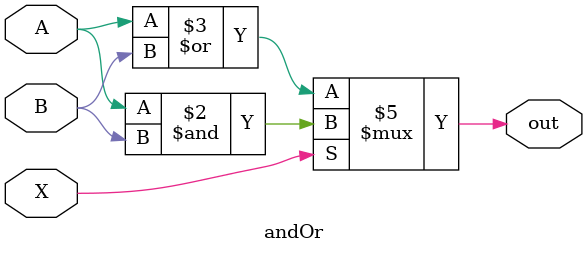
<source format=sv>

module andOr (input X, A, B, output out);


always @ (*) begin
 
 if(X)
	 out = A&B;
  else
	 out = A|B;
end

endmodule 
</source>
